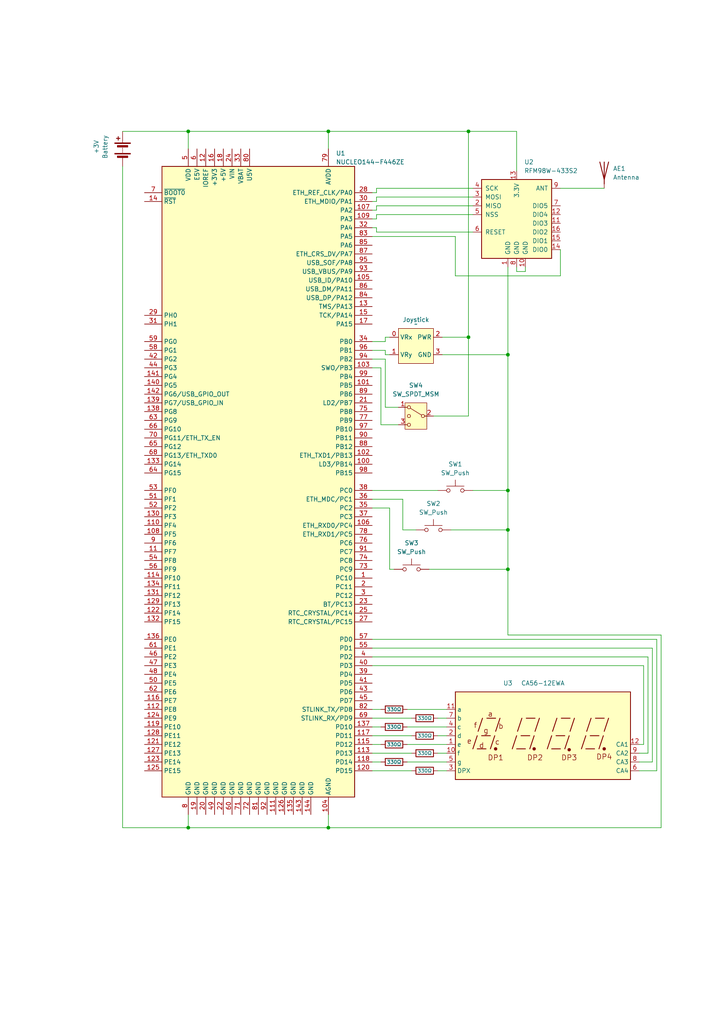
<source format=kicad_sch>
(kicad_sch (version 20231120) (generator "eeschema") (generator_version "8.0")
  (paper "A4" portrait)
  (title_block (title "Off-Board Controller") (date "2024-07-05") (rev "1.0"))
  (lib_symbols
    (symbol "Device:Antenna" (pin_numbers hide) (pin_names (offset 1.016) hide)
      (property "Reference" "AE" (at -1.905 1.905 0))
      (property "Value" "Antenna" (at -1.905 0 0))
      (symbol "Antenna_0_1"
        (polyline (pts (xy 0 2.54) (xy 0 -3.81)) (stroke (width 0.254)))
        (polyline (pts (xy 1.27 2.54) (xy 0 -2.54) (xy -1.27 2.54)) (stroke (width 0.254)))
      )
      (symbol "Antenna_1_1"
        (pin input line (at 0 -5.08 90) (length 2.54) (name "A") (number "1"))
      )
    )
    (symbol "Device:Battery" (pin_numbers hide) (pin_names (offset 0) hide)
      (property "Reference" "BT" (at 2.54 2.54 0))
      (property "Value" "Battery" (at 2.54 0 0))
      (symbol "Battery_0_1"
        (rectangle (start -2.286 -1.27) (end 2.286 -1.524) (fill (type outline)))
        (rectangle (start -2.286 1.778) (end 2.286 1.524) (fill (type outline)))
        (rectangle (start -1.524 -2.032) (end 1.524 -2.54) (fill (type outline)))
        (rectangle (start -1.524 1.016) (end 1.524 0.508) (fill (type outline)))
        (polyline (pts (xy 0 -1.016) (xy 0 -0.762)))
        (polyline (pts (xy 0 -0.508) (xy 0 -0.254)))
        (polyline (pts (xy 0 0) (xy 0 0.254)))
        (polyline (pts (xy 0 1.778) (xy 0 2.54)))
        (polyline (pts (xy 0.762 3.048) (xy 1.778 3.048)) (stroke (width 0.254)))
        (polyline (pts (xy 1.27 3.556) (xy 1.27 2.54)) (stroke (width 0.254)))
      )
      (symbol "Battery_1_1"
        (pin passive line (at 0 5.08 270) (length 2.54) (name "+") (number "1"))
        (pin passive line (at 0 -5.08 90) (length 2.54) (name "-") (number "2"))
      )
    )
    (symbol "Device:R" (pin_numbers hide) (pin_names (offset 0))
      (property "Reference" "R1" (at -2.54 0 90))
      (property "Value" "330Ω" (at 0 0 90))
      (symbol "R_0_1"
        (rectangle (start -1.016 -2.54) (end 1.016 2.54) (stroke (width 0.254)))
      )
      (symbol "R_1_1"
        (pin passive line (at 0 3.81 270) (length 1.27) (name "~") (number "1"))
        (pin passive line (at 0 -3.81 90) (length 1.27) (name "~") (number "2"))
      )
    )
    (symbol "Display_Character:CA56-12EWA"
      (property "Reference" "U" (at -24.13 13.97 0))
      (property "Value" "CA56-12EWA" (at 19.05 13.97 0))
      (symbol "CA56-12EWA_0_0"
        (rectangle (start -25.4 12.7) (end 25.4 -12.7) (stroke (width 0.254)) (fill (type background)))
        (polyline (pts (xy -20.32 -3.81) (xy -19.05 0)) (stroke (width 0.254)))
        (polyline (pts (xy -19.05 -3.81) (xy -16.51 -3.81)) (stroke (width 0.254)))
        (polyline (pts (xy -18.796 1.27) (xy -17.526 5.08)) (stroke (width 0.254)))
        (polyline (pts (xy -17.78 0) (xy -15.24 0)) (stroke (width 0.254)))
        (polyline (pts (xy -16.256 5.08) (xy -13.716 5.08)) (stroke (width 0.254)))
        (polyline (pts (xy -15.24 -3.81) (xy -13.97 0)) (stroke (width 0.254)))
        (polyline (pts (xy -13.716 1.27) (xy -12.446 5.08)) (stroke (width 0.254)))
        (polyline (pts (xy -8.89 -3.81) (xy -7.62 0)) (stroke (width 0.254)))
        (polyline (pts (xy -7.62 -3.81) (xy -5.08 -3.81)) (stroke (width 0.254)))
        (polyline (pts (xy -7.366 1.27) (xy -6.096 5.08)) (stroke (width 0.254)))
        (polyline (pts (xy -6.35 0) (xy -3.81 0)) (stroke (width 0.254)))
        (polyline (pts (xy -4.826 5.08) (xy -2.286 5.08)) (stroke (width 0.254)))
        (polyline (pts (xy -3.81 -3.81) (xy -2.54 0)) (stroke (width 0.254)))
        (polyline (pts (xy -2.286 1.27) (xy -1.016 5.08)) (stroke (width 0.254)))
        (polyline (pts (xy 1.27 -3.81) (xy 2.54 0)) (stroke (width 0.254)))
        (polyline (pts (xy 2.54 -3.81) (xy 5.08 -3.81)) (stroke (width 0.254)))
        (polyline (pts (xy 2.794 1.27) (xy 4.064 5.08)) (stroke (width 0.254)))
        (polyline (pts (xy 3.81 0) (xy 6.35 0)) (stroke (width 0.254)))
        (polyline (pts (xy 5.334 5.08) (xy 7.874 5.08)) (stroke (width 0.254)))
        (polyline (pts (xy 6.35 -3.81) (xy 7.62 0)) (stroke (width 0.254)))
        (polyline (pts (xy 7.874 1.27) (xy 9.144 5.08)) (stroke (width 0.254)))
        (polyline (pts (xy 11.176 -3.81) (xy 12.446 0)) (stroke (width 0.254)))
        (polyline (pts (xy 12.446 -3.81) (xy 14.986 -3.81)) (stroke (width 0.254)))
        (polyline (pts (xy 12.7 1.27) (xy 13.97 5.08)) (stroke (width 0.254)))
        (polyline (pts (xy 13.716 0) (xy 16.256 0)) (stroke (width 0.254)))
        (polyline (pts (xy 15.24 5.08) (xy 17.78 5.08)) (stroke (width 0.254)))
        (polyline (pts (xy 16.256 -3.81) (xy 17.526 0)) (stroke (width 0.254)))
        (polyline (pts (xy 17.78 1.27) (xy 19.05 5.08)) (stroke (width 0.254)))
        (text "a" (at -15.24 6.35 0) (effects (font (size 1.524 1.524))))
        (text "b" (at -12.192 2.794 0) (effects (font (size 1.524 1.524))))
        (text "c" (at -13.208 -1.778 0) (effects (font (size 1.524 1.524))))
        (text "d" (at -17.78 -2.794 0) (effects (font (size 1.524 1.524))))
        (text "DP1" (at -13.716 -6.35 0) (effects (font (size 1.524 1.524))))
        (text "DP2" (at -2.286 -6.35 0) (effects (font (size 1.524 1.524))))
        (text "DP3" (at 7.62 -6.35 0) (effects (font (size 1.524 1.524))))
        (text "DP4" (at 17.78 -6.096 0) (effects (font (size 1.524 1.524))))
        (text "e" (at -21.336 -1.524 0) (effects (font (size 1.524 1.524))))
        (text "f" (at -19.558 3.048 0) (effects (font (size 1.524 1.524))))
        (text "g" (at -16.51 1.524 0) (effects (font (size 1.524 1.524))))
      )
      (symbol "CA56-12EWA_0_1"
        (circle (center -13.716 -3.81) (radius 0.3556) (stroke (width 0.254)) (fill (type outline)))
        (circle (center -2.54 -3.81) (radius 0.3556) (stroke (width 0.254)) (fill (type outline)))
      )
      (symbol "CA56-12EWA_1_0"
        (circle (center 7.62 -4.064) (radius 0.3556) (stroke (width 0.254)) (fill (type outline)))
        (circle (center 17.78 -3.81) (radius 0.3556) (stroke (width 0.254)) (fill (type outline)))
      )
      (symbol "CA56-12EWA_1_1"
        (pin input line (at -27.94 -2.54 0) (length 2.54) (name "e") (number "1"))
        (pin input line (at -27.94 -5.08 0) (length 2.54) (name "f") (number "10"))
        (pin input line (at -27.94 7.62 0) (length 2.54) (name "a") (number "11"))
        (pin input line (at 27.94 -2.54 180) (length 2.54) (name "CA1") (number "12"))
        (pin input line (at -27.94 0 0) (length 2.54) (name "d") (number "2"))
        (pin input line (at -27.94 -10.16 0) (length 2.54) (name "DPX") (number "3"))
        (pin input line (at -27.94 2.54 0) (length 2.54) (name "c") (number "4"))
        (pin input line (at -27.94 -7.62 0) (length 2.54) (name "g") (number "5"))
        (pin input line (at 27.94 -10.16 180) (length 2.54) (name "CA4") (number "6"))
        (pin input line (at -27.94 5.08 0) (length 2.54) (name "b") (number "7"))
        (pin input line (at 27.94 -7.62 180) (length 2.54) (name "CA3") (number "8"))
        (pin input line (at 27.94 -5.08 180) (length 2.54) (name "CA2") (number "9"))
      )
    )
    (symbol "MCU_Module:NUCLEO144-F446ZE"
      (property "Reference" "U" (at -22.86 94.615 0))
      (property "Value" "NUCLEO144-F446ZE" (at -22.86 92.71 0))
      (symbol "NUCLEO144-F446ZE_0_1"
        (rectangle (start -27.94 -91.44) (end 27.94 91.44) (stroke (width 0.254)) (fill (type background)))
      )
      (symbol "NUCLEO144-F446ZE_1_1"
        (pin bidirectional line (at 33.02 -27.94 180) (length 5.08) (name "PC10") (number "1"))
        (pin no_connect line (at -27.94 55.88 0) (length 5.08) hide (name "NC") (number "10"))
        (pin bidirectional line (at 33.02 5.08 180) (length 5.08) (name "LD3/PB14") (number "100"))
        (pin bidirectional line (at 33.02 27.94 180) (length 5.08) (name "PB5") (number "101"))
        (pin bidirectional line (at 33.02 7.62 180) (length 5.08) (name "ETH_TXD1/PB13") (number "102"))
        (pin bidirectional line (at 33.02 33.02 180) (length 5.08) (name "SWO/PB3") (number "103"))
        (pin power_in line (at 20.32 -96.52 90) (length 5.08) (name "AGND") (number "104"))
        (pin bidirectional line (at 33.02 58.42 180) (length 5.08) (name "USB_ID/PA10") (number "105"))
        (pin bidirectional line (at 33.02 -12.7 180) (length 5.08) (name "ETH_RXD0/PC4") (number "106"))
        (pin bidirectional line (at 33.02 78.74 180) (length 5.08) (name "PA2") (number "107"))
        (pin bidirectional line (at -33.02 -15.24 0) (length 5.08) (name "PF5") (number "108"))
        (pin bidirectional line (at 33.02 76.2 180) (length 5.08) (name "PA3") (number "109"))
        (pin bidirectional line (at -33.02 -20.32 0) (length 5.08) (name "PF7") (number "11"))
        (pin bidirectional line (at -33.02 -12.7 0) (length 5.08) (name "PF4") (number "110"))
        (pin power_in line (at 5.08 -96.52 90) (length 5.08) (name "GND") (number "111"))
        (pin bidirectional line (at -33.02 -66.04 0) (length 5.08) (name "PE8") (number "112"))
        (pin bidirectional line (at 33.02 -78.74 180) (length 5.08) (name "PD13") (number "113"))
        (pin bidirectional line (at -33.02 -27.94 0) (length 5.08) (name "PF10") (number "114"))
        (pin bidirectional line (at 33.02 -76.2 180) (length 5.08) (name "PD12") (number "115"))
        (pin bidirectional line (at -33.02 -63.5 0) (length 5.08) (name "PE7") (number "116"))
        (pin bidirectional line (at 33.02 -73.66 180) (length 5.08) (name "PD11") (number "117"))
        (pin bidirectional line (at 33.02 -81.28 180) (length 5.08) (name "PD14") (number "118"))
        (pin bidirectional line (at -33.02 -71.12 0) (length 5.08) (name "PE10") (number "119"))
        (pin power_in line (at -15.24 96.52 270) (length 5.08) (name "IOREF") (number "12"))
        (pin bidirectional line (at 33.02 -83.82 180) (length 5.08) (name "PD15") (number "120"))
        (pin bidirectional line (at -33.02 -76.2 0) (length 5.08) (name "PE12") (number "121"))
        (pin bidirectional line (at -33.02 -38.1 0) (length 5.08) (name "PF14") (number "122"))
        (pin bidirectional line (at -33.02 -81.28 0) (length 5.08) (name "PE14") (number "123"))
        (pin bidirectional line (at -33.02 -68.58 0) (length 5.08) (name "PE9") (number "124"))
        (pin bidirectional line (at -33.02 -83.82 0) (length 5.08) (name "PE15") (number "125"))
        (pin power_in line (at 7.62 -96.52 90) (length 5.08) (name "GND") (number "126"))
        (pin bidirectional line (at -33.02 -78.74 0) (length 5.08) (name "PE13") (number "127"))
        (pin bidirectional line (at -33.02 -73.66 0) (length 5.08) (name "PE11") (number "128"))
        (pin bidirectional line (at -33.02 -35.56 0) (length 5.08) (name "PF13") (number "129"))
        (pin bidirectional line (at 33.02 50.8 180) (length 5.08) (name "TMS/PA13") (number "13"))
        (pin bidirectional line (at -33.02 -10.16 0) (length 5.08) (name "PF3") (number "130"))
        (pin bidirectional line (at -33.02 -33.02 0) (length 5.08) (name "PF12") (number "131"))
        (pin bidirectional line (at -33.02 -40.64 0) (length 5.08) (name "PF15") (number "132"))
        (pin bidirectional line (at -33.02 5.08 0) (length 5.08) (name "PG14") (number "133"))
        (pin bidirectional line (at -33.02 -30.48 0) (length 5.08) (name "PF11") (number "134"))
        (pin power_in line (at 10.16 -96.52 90) (length 5.08) (name "GND") (number "135"))
        (pin bidirectional line (at -33.02 -45.72 0) (length 5.08) (name "PE0") (number "136"))
        (pin bidirectional line (at 33.02 -71.12 180) (length 5.08) (name "PD10") (number "137"))
        (pin bidirectional line (at -33.02 20.32 0) (length 5.08) (name "PG8") (number "138"))
        (pin bidirectional line (at -33.02 22.86 0) (length 5.08) (name "PG7/USB_GPIO_IN") (number "139"))
        (pin input line (at -33.02 81.28 0) (length 5.08) (name "~{RST}") (number "14"))
        (pin bidirectional line (at -33.02 27.94 0) (length 5.08) (name "PG5") (number "140"))
        (pin bidirectional line (at -33.02 30.48 0) (length 5.08) (name "PG4") (number "141"))
        (pin bidirectional line (at -33.02 25.4 0) (length 5.08) (name "PG6/USB_GPIO_OUT") (number "142"))
        (pin power_in line (at 12.7 -96.52 90) (length 5.08) (name "GND") (number "143"))
        (pin power_in line (at 15.24 -96.52 90) (length 5.08) (name "GND") (number "144"))
        (pin bidirectional line (at 33.02 48.26 180) (length 5.08) (name "TCK/PA14") (number "15"))
        (pin power_in line (at -12.7 96.52 270) (length 5.08) (name "+3V3") (number "16"))
        (pin bidirectional line (at 33.02 45.72 180) (length 5.08) (name "PA15") (number "17"))
        (pin power_in line (at -10.16 96.52 270) (length 5.08) (name "+5V") (number "18"))
        (pin power_in line (at -17.78 -96.52 90) (length 5.08) (name "GND") (number "19"))
        (pin bidirectional line (at 33.02 -30.48 180) (length 5.08) (name "PC11") (number "2"))
        (pin power_in line (at -15.24 -96.52 90) (length 5.08) (name "GND") (number "20"))
        (pin bidirectional line (at 33.02 22.86 180) (length 5.08) (name "LD2/PB7") (number "21"))
        (pin power_in line (at -10.16 -96.52 90) (length 5.08) (name "GND") (number "22"))
        (pin bidirectional line (at 33.02 -35.56 180) (length 5.08) (name "BT/PC13") (number "23"))
        (pin power_in line (at -7.62 96.52 270) (length 5.08) (name "VIN") (number "24"))
        (pin bidirectional line (at 33.02 -38.1 180) (length 5.08) (name "RTC_CRYSTAL/PC14") (number "25"))
        (pin no_connect line (at -27.94 58.42 0) (length 5.08) hide (name "NC") (number "26"))
        (pin bidirectional line (at 33.02 -40.64 180) (length 5.08) (name "RTC_CRYSTAL/PC15") (number "27"))
        (pin bidirectional line (at 33.02 83.82 180) (length 5.08) (name "ETH_REF_CLK/PA0") (number "28"))
        (pin bidirectional line (at -33.02 48.26 0) (length 5.08) (name "PH0") (number "29"))
        (pin bidirectional line (at 33.02 -33.02 180) (length 5.08) (name "PC12") (number "3"))
        (pin bidirectional line (at 33.02 81.28 180) (length 5.08) (name "ETH_MDIO/PA1") (number "30"))
        (pin bidirectional line (at -33.02 45.72 0) (length 5.08) (name "PH1") (number "31"))
        (pin bidirectional line (at 33.02 73.66 180) (length 5.08) (name "PA4") (number "32"))
        (pin power_in line (at -5.08 96.52 270) (length 5.08) (name "VBAT") (number "33"))
        (pin bidirectional line (at 33.02 40.64 180) (length 5.08) (name "PB0") (number "34"))
        (pin bidirectional line (at 33.02 -7.62 180) (length 5.08) (name "PC2") (number "35"))
        (pin bidirectional line (at 33.02 -5.08 180) (length 5.08) (name "ETH_MDC/PC1") (number "36"))
        (pin bidirectional line (at 33.02 -10.16 180) (length 5.08) (name "PC3") (number "37"))
        (pin bidirectional line (at 33.02 -2.54 180) (length 5.08) (name "PC0") (number "38"))
        (pin bidirectional line (at 33.02 -55.88 180) (length 5.08) (name "PD4") (number "39"))
        (pin bidirectional line (at 33.02 -50.8 180) (length 5.08) (name "PD2") (number "4"))
        (pin bidirectional line (at 33.02 -53.34 180) (length 5.08) (name "PD3") (number "40"))
        (pin bidirectional line (at 33.02 -58.42 180) (length 5.08) (name "PD5") (number "41"))
        (pin bidirectional line (at -33.02 35.56 0) (length 5.08) (name "PG2") (number "42"))
        (pin bidirectional line (at 33.02 -60.96 180) (length 5.08) (name "PD6") (number "43"))
        (pin bidirectional line (at -33.02 33.02 0) (length 5.08) (name "PG3") (number "44"))
        (pin bidirectional line (at 33.02 -63.5 180) (length 5.08) (name "PD7") (number "45"))
        (pin bidirectional line (at -33.02 -50.8 0) (length 5.08) (name "PE2") (number "46"))
        (pin bidirectional line (at -33.02 -53.34 0) (length 5.08) (name "PE3") (number "47"))
        (pin bidirectional line (at -33.02 -55.88 0) (length 5.08) (name "PE4") (number "48"))
        (pin power_in line (at -12.7 -96.52 90) (length 5.08) (name "GND") (number "49"))
        (pin power_in line (at -20.32 96.52 270) (length 5.08) (name "VDD") (number "5"))
        (pin bidirectional line (at -33.02 -58.42 0) (length 5.08) (name "PE5") (number "50"))
        (pin bidirectional line (at -33.02 -5.08 0) (length 5.08) (name "PF1") (number "51"))
        (pin bidirectional line (at -33.02 -7.62 0) (length 5.08) (name "PF2") (number "52"))
        (pin bidirectional line (at -33.02 -2.54 0) (length 5.08) (name "PF0") (number "53"))
        (pin bidirectional line (at -33.02 -22.86 0) (length 5.08) (name "PF8") (number "54"))
        (pin bidirectional line (at 33.02 -48.26 180) (length 5.08) (name "PD1") (number "55"))
        (pin bidirectional line (at -33.02 -25.4 0) (length 5.08) (name "PF9") (number "56"))
        (pin bidirectional line (at 33.02 -45.72 180) (length 5.08) (name "PD0") (number "57"))
        (pin bidirectional line (at -33.02 38.1 0) (length 5.08) (name "PG1") (number "58"))
        (pin bidirectional line (at -33.02 40.64 0) (length 5.08) (name "PG0") (number "59"))
        (pin power_in line (at -17.78 96.52 270) (length 5.08) (name "E5V") (number "6"))
        (pin power_in line (at -7.62 -96.52 90) (length 5.08) (name "GND") (number "60"))
        (pin bidirectional line (at -33.02 -48.26 0) (length 5.08) (name "PE1") (number "61"))
        (pin bidirectional line (at -33.02 -60.96 0) (length 5.08) (name "PE6") (number "62"))
        (pin bidirectional line (at -33.02 17.78 0) (length 5.08) (name "PG9") (number "63"))
        (pin bidirectional line (at -33.02 2.54 0) (length 5.08) (name "PG15") (number "64"))
        (pin bidirectional line (at -33.02 10.16 0) (length 5.08) (name "PG12") (number "65"))
        (pin bidirectional line (at -33.02 15.24 0) (length 5.08) (name "PG10") (number "66"))
        (pin no_connect line (at -27.94 53.34 0) (length 5.08) hide (name "NC") (number "67"))
        (pin bidirectional line (at -33.02 7.62 0) (length 5.08) (name "PG13/ETH_TXD0") (number "68"))
        (pin bidirectional line (at 33.02 -68.58 180) (length 5.08) (name "STLINK_RX/PD9") (number "69"))
        (pin input line (at -33.02 83.82 0) (length 5.08) (name "~{BOOT0}") (number "7"))
        (pin bidirectional line (at -33.02 12.7 0) (length 5.08) (name "PG11/ETH_TX_EN") (number "70"))
        (pin power_in line (at -5.08 -96.52 90) (length 5.08) (name "GND") (number "71"))
        (pin power_in line (at -2.54 -96.52 90) (length 5.08) (name "GND") (number "72"))
        (pin bidirectional line (at 33.02 -25.4 180) (length 5.08) (name "PC9") (number "73"))
        (pin bidirectional line (at 33.02 -22.86 180) (length 5.08) (name "PC8") (number "74"))
        (pin bidirectional line (at 33.02 20.32 180) (length 5.08) (name "PB8") (number "75"))
        (pin bidirectional line (at 33.02 -17.78 180) (length 5.08) (name "PC6") (number "76"))
        (pin bidirectional line (at 33.02 17.78 180) (length 5.08) (name "PB9") (number "77"))
        (pin bidirectional line (at 33.02 -15.24 180) (length 5.08) (name "ETH_RXD1/PC5") (number "78"))
        (pin power_in line (at 20.32 96.52 270) (length 5.08) (name "AVDD") (number "79"))
        (pin power_in line (at -20.32 -96.52 90) (length 5.08) (name "GND") (number "8"))
        (pin power_in line (at -2.54 96.52 270) (length 5.08) (name "U5V") (number "80"))
        (pin power_in line (at 0 -96.52 90) (length 5.08) (name "GND") (number "81"))
        (pin bidirectional line (at 33.02 -66.04 180) (length 5.08) (name "STLINK_TX/PD8") (number "82"))
        (pin bidirectional line (at 33.02 71.12 180) (length 5.08) (name "PA5") (number "83"))
        (pin bidirectional line (at 33.02 53.34 180) (length 5.08) (name "USB_DP/PA12") (number "84"))
        (pin bidirectional line (at 33.02 68.58 180) (length 5.08) (name "PA6") (number "85"))
        (pin bidirectional line (at 33.02 55.88 180) (length 5.08) (name "USB_DM/PA11") (number "86"))
        (pin bidirectional line (at 33.02 66.04 180) (length 5.08) (name "ETH_CRS_DV/PA7") (number "87"))
        (pin bidirectional line (at 33.02 10.16 180) (length 5.08) (name "PB12") (number "88"))
        (pin bidirectional line (at 33.02 25.4 180) (length 5.08) (name "PB6") (number "89"))
        (pin bidirectional line (at -33.02 -17.78 0) (length 5.08) (name "PF6") (number "9"))
        (pin bidirectional line (at 33.02 12.7 180) (length 5.08) (name "PB11") (number "90"))
        (pin bidirectional line (at 33.02 -20.32 180) (length 5.08) (name "PC7") (number "91"))
        (pin power_in line (at 2.54 -96.52 90) (length 5.08) (name "GND") (number "92"))
        (pin bidirectional line (at 33.02 60.96 180) (length 5.08) (name "USB_VBUS/PA9") (number "93"))
        (pin bidirectional line (at 33.02 35.56 180) (length 5.08) (name "PB2") (number "94"))
        (pin bidirectional line (at 33.02 63.5 180) (length 5.08) (name "USB_SOF/PA8") (number "95"))
        (pin bidirectional line (at 33.02 38.1 180) (length 5.08) (name "PB1") (number "96"))
        (pin bidirectional line (at 33.02 15.24 180) (length 5.08) (name "PB10") (number "97"))
        (pin bidirectional line (at 33.02 2.54 180) (length 5.08) (name "PB15") (number "98"))
        (pin bidirectional line (at 33.02 30.48 180) (length 5.08) (name "PB4") (number "99"))
      )
    )
    (symbol "New_Library:2DirJoystick" (exclude_from_sim yes) (in_bom no) (on_board no)
      (property "Reference" "Joystick" (at 0 7.62 0))
      (property "Value" "~" (at 0 6.35 0))
      (symbol "2DirJoystick_0_1"
        (rectangle (start -5.08 5.08) (end 5.08 -5.08) (fill (type background)))
      )
      (symbol "2DirJoystick_1_1"
        (pin output line (at -7.62 2.54 0) (length 2.54) (name "VRx") (number "0"))
        (pin output line (at -7.62 -2.54 0) (length 2.54) (name "VRy") (number "1"))
        (pin power_in line (at 7.62 2.54 180) (length 2.54) (name "PWR") (number "2"))
        (pin power_out line (at 7.62 -2.54 180) (length 2.54) (name "GND") (number "3"))
      )
    )
    (symbol "RF_Module:RFM98W-433S2" (pin_names (offset 1.016))
      (property "Reference" "U" (at -10.414 11.684 0))
      (property "Value" "RFM98W-433S2" (at 1.524 11.43 0))
      (symbol "RFM98W-433S2_0_1"
        (rectangle (start -10.16 10.16) (end 10.16 -12.7) (stroke (width 0.254)) (fill (type background)))
      )
      (symbol "RFM98W-433S2_1_1"
        (pin power_in line (at -2.54 -15.24 90) (length 2.54) (name "GND") (number "1"))
        (pin power_in line (at 2.54 -15.24 90) (length 2.54) (name "GND") (number "10"))
        (pin bidirectional line (at 12.7 -2.54 180) (length 2.54) (name "DIO3") (number "11"))
        (pin bidirectional line (at 12.7 0 180) (length 2.54) (name "DIO4") (number "12"))
        (pin power_in line (at 0 12.7 270) (length 2.54) (name "3.3V") (number "13"))
        (pin bidirectional line (at 12.7 -10.16 180) (length 2.54) (name "DIO0") (number "14"))
        (pin bidirectional line (at 12.7 -7.62 180) (length 2.54) (name "DIO1") (number "15"))
        (pin bidirectional line (at 12.7 -5.08 180) (length 2.54) (name "DIO2") (number "16"))
        (pin output line (at -12.7 2.54 0) (length 2.54) (name "MISO") (number "2"))
        (pin input line (at -12.7 5.08 0) (length 2.54) (name "MOSI") (number "3"))
        (pin input line (at -12.7 7.62 0) (length 2.54) (name "SCK") (number "4"))
        (pin input line (at -12.7 0 0) (length 2.54) (name "NSS") (number "5"))
        (pin bidirectional line (at -12.7 -5.08 0) (length 2.54) (name "RESET") (number "6"))
        (pin bidirectional line (at 12.7 2.54 180) (length 2.54) (name "DIO5") (number "7"))
        (pin power_in line (at 0 -15.24 90) (length 2.54) (name "GND") (number "8"))
        (pin bidirectional line (at 12.7 7.62 180) (length 2.54) (name "ANT") (number "9"))
      )
    )
    (symbol "Switch:SW_Push" (pin_numbers hide) (pin_names (offset 1.016) hide)
      (property "Reference" "SW" (at 1.27 2.54 0))
      (property "Value" "SW_Push" (at 0 -1.524 0))
      (symbol "SW_Push_0_1"
        (circle (center -2.032 0) (radius 0.508))
        (polyline (pts (xy 0 1.27) (xy 0 3.048)))
        (polyline (pts (xy 2.54 1.27) (xy -2.54 1.27)))
        (circle (center 2.032 0) (radius 0.508))
        (pin passive line (at -5.08 0 0) (length 2.54) (name "1") (number "1"))
        (pin passive line (at 5.08 0 180) (length 2.54) (name "2") (number "2"))
      )
    )
    (symbol "Switch:SW_SPDT_MSM" (pin_names (offset 0) hide)
      (property "Reference" "SW" (at 0 5.08 0))
      (property "Value" "SW_SPDT_MSM" (at 0 -5.08 0))
      (symbol "SW_SPDT_MSM_0_1"
        (circle (center -2.032 0) (radius 0.4572))
        (polyline (pts (xy -1.651 0.254) (xy 1.651 2.286)))
        (circle (center 2.032 -2.54) (radius 0.4572))
        (circle (center 2.032 0) (radius 0.4572))
        (circle (center 2.032 2.54) (radius 0.4572))
      )
      (symbol "SW_SPDT_MSM_1_1"
        (rectangle (start -3.175 3.81) (end 3.175 -3.81) (fill (type background)))
        (pin passive line (at 5.08 2.54 180) (length 2.54) (name "1") (number "1"))
        (pin passive line (at -5.08 0 0) (length 2.54) (name "3") (number "2"))
        (pin passive line (at 5.08 -2.54 180) (length 2.54) (name "4") (number "3"))
      )
    )
  )
  (junction (at 147.32 153.67))
  (junction (at 135.89 38.1))
  (junction (at 95.25 38.1))
  (junction (at 95.25 240.03))
  (junction (at 54.61 38.1))
  (junction (at 147.32 142.24))
  (junction (at 147.32 165.1))
  (junction (at 135.89 97.79))
  (junction (at 147.32 102.87))
  (junction (at 54.61 240.03))
  (wire (pts (xy 95.25 240.03) (xy 191.77 240.03)))
  (wire (pts (xy 35.56 48.26) (xy 35.56 240.03)))
  (wire (pts (xy 54.61 38.1) (xy 54.61 43.18)))
  (wire (pts (xy 147.32 184.15) (xy 191.77 184.15)))
  (wire (pts (xy 107.95 218.44) (xy 119.38 218.44)))
  (wire (pts (xy 189.23 220.98) (xy 185.42 220.98)))
  (wire (pts (xy 107.95 223.52) (xy 119.38 223.52)))
  (wire (pts (xy 128.27 102.87) (xy 147.32 102.87)))
  (wire (pts (xy 147.32 153.67) (xy 147.32 165.1)))
  (wire (pts (xy 132.08 80.01) (xy 162.56 80.01)))
  (wire (pts (xy 147.32 142.24) (xy 147.32 153.67)))
  (wire (pts (xy 107.95 60.96) (xy 109.22 60.96)))
  (wire (pts (xy 149.86 77.47) (xy 149.86 78.74)))
  (wire (pts (xy 107.95 205.74) (xy 110.49 205.74)))
  (wire (pts (xy 110.49 106.68) (xy 110.49 123.19)))
  (wire (pts (xy 124.46 165.1) (xy 147.32 165.1)))
  (wire (pts (xy 116.84 153.67) (xy 120.65 153.67)))
  (wire (pts (xy 107.95 190.5) (xy 187.96 190.5)))
  (wire (pts (xy 128.27 97.79) (xy 135.89 97.79)))
  (wire (pts (xy 186.69 193.04) (xy 186.69 215.9)))
  (wire (pts (xy 107.95 63.5) (xy 109.22 63.5)))
  (wire (pts (xy 113.03 165.1) (xy 114.3 165.1)))
  (wire (pts (xy 118.11 215.9) (xy 129.54 215.9)))
  (wire (pts (xy 162.56 72.39) (xy 162.56 80.01)))
  (wire (pts (xy 135.89 97.79) (xy 135.89 120.65)))
  (wire (pts (xy 111.76 118.11) (xy 115.57 118.11)))
  (wire (pts (xy 147.32 77.47) (xy 147.32 102.87)))
  (wire (pts (xy 35.56 38.1) (xy 54.61 38.1)))
  (wire (pts (xy 107.95 147.32) (xy 113.03 147.32)))
  (wire (pts (xy 107.95 144.78) (xy 116.84 144.78)))
  (wire (pts (xy 109.22 66.04) (xy 109.22 67.31)))
  (wire (pts (xy 107.95 58.42) (xy 109.22 58.42)))
  (wire (pts (xy 187.96 190.5) (xy 187.96 218.44)))
  (wire (pts (xy 137.16 142.24) (xy 147.32 142.24)))
  (wire (pts (xy 118.11 220.98) (xy 129.54 220.98)))
  (wire (pts (xy 107.95 104.14) (xy 111.76 104.14)))
  (wire (pts (xy 149.86 38.1) (xy 149.86 49.53)))
  (wire (pts (xy 109.22 59.69) (xy 137.16 59.69)))
  (wire (pts (xy 95.25 38.1) (xy 135.89 38.1)))
  (wire (pts (xy 191.77 184.15) (xy 191.77 240.03)))
  (wire (pts (xy 147.32 165.1) (xy 147.32 184.15)))
  (wire (pts (xy 130.81 153.67) (xy 147.32 153.67)))
  (wire (pts (xy 189.23 187.96) (xy 189.23 220.98)))
  (wire (pts (xy 147.32 102.87) (xy 147.32 142.24)))
  (wire (pts (xy 190.5 185.42) (xy 190.5 223.52)))
  (wire (pts (xy 107.95 208.28) (xy 119.38 208.28)))
  (wire (pts (xy 109.22 63.5) (xy 109.22 62.23)))
  (wire (pts (xy 107.95 68.58) (xy 132.08 68.58)))
  (wire (pts (xy 109.22 60.96) (xy 109.22 59.69)))
  (wire (pts (xy 109.22 58.42) (xy 109.22 57.15)))
  (wire (pts (xy 111.76 101.6) (xy 111.76 102.87)))
  (wire (pts (xy 107.95 55.88) (xy 109.22 55.88)))
  (wire (pts (xy 107.95 101.6) (xy 111.76 101.6)))
  (wire (pts (xy 107.95 210.82) (xy 110.49 210.82)))
  (wire (pts (xy 107.95 215.9) (xy 110.49 215.9)))
  (wire (pts (xy 54.61 240.03) (xy 95.25 240.03)))
  (wire (pts (xy 127 208.28) (xy 129.54 208.28)))
  (wire (pts (xy 111.76 97.79) (xy 111.76 99.06)))
  (wire (pts (xy 187.96 218.44) (xy 185.42 218.44)))
  (wire (pts (xy 111.76 102.87) (xy 113.03 102.87)))
  (wire (pts (xy 35.56 240.03) (xy 54.61 240.03)))
  (wire (pts (xy 186.69 215.9) (xy 185.42 215.9)))
  (wire (pts (xy 127 213.36) (xy 129.54 213.36)))
  (wire (pts (xy 107.95 187.96) (xy 189.23 187.96)))
  (polyline (pts (xy 123.19 120.65) (xy 124.46 120.65)) (stroke (width 0) (color 132 0 0 1)))
  (wire (pts (xy 113.03 147.32) (xy 113.03 165.1)))
  (wire (pts (xy 95.25 38.1) (xy 95.25 43.18)))
  (wire (pts (xy 127 218.44) (xy 129.54 218.44)))
  (wire (pts (xy 135.89 38.1) (xy 149.86 38.1)))
  (wire (pts (xy 107.95 66.04) (xy 109.22 66.04)))
  (wire (pts (xy 95.25 236.22) (xy 95.25 240.03)))
  (wire (pts (xy 107.95 220.98) (xy 110.49 220.98)))
  (wire (pts (xy 162.56 54.61) (xy 175.26 54.61)))
  (wire (pts (xy 118.11 210.82) (xy 129.54 210.82)))
  (wire (pts (xy 118.11 205.74) (xy 129.54 205.74)))
  (wire (pts (xy 116.84 144.78) (xy 116.84 153.67)))
  (wire (pts (xy 135.89 120.65) (xy 125.73 120.65)))
  (wire (pts (xy 107.95 99.06) (xy 111.76 99.06)))
  (wire (pts (xy 107.95 193.04) (xy 186.69 193.04)))
  (wire (pts (xy 110.49 123.19) (xy 115.57 123.19)))
  (wire (pts (xy 54.61 38.1) (xy 95.25 38.1)))
  (wire (pts (xy 109.22 57.15) (xy 137.16 57.15)))
  (wire (pts (xy 107.95 213.36) (xy 119.38 213.36)))
  (wire (pts (xy 107.95 106.68) (xy 110.49 106.68)))
  (wire (pts (xy 149.86 78.74) (xy 152.4 78.74)))
  (wire (pts (xy 107.95 142.24) (xy 127 142.24)))
  (wire (pts (xy 107.95 185.42) (xy 190.5 185.42)))
  (wire (pts (xy 111.76 104.14) (xy 111.76 118.11)))
  (wire (pts (xy 109.22 67.31) (xy 137.16 67.31)))
  (wire (pts (xy 190.5 223.52) (xy 185.42 223.52)))
  (wire (pts (xy 135.89 38.1) (xy 135.89 97.79)))
  (wire (pts (xy 152.4 78.74) (xy 152.4 77.47)))
  (wire (pts (xy 109.22 54.61) (xy 137.16 54.61)))
  (wire (pts (xy 54.61 236.22) (xy 54.61 240.03)))
  (wire (pts (xy 109.22 62.23) (xy 137.16 62.23)))
  (wire (pts (xy 111.76 97.79) (xy 113.03 97.79)))
  (wire (pts (xy 109.22 55.88) (xy 109.22 54.61)))
  (wire (pts (xy 127 223.52) (xy 129.54 223.52)))
  (wire (pts (xy 132.08 68.58) (xy 132.08 80.01)))
  (symbol (lib_id "Device:Antenna") (at 175.26 49.53 0) (unit 1)
    (property "Reference" "AE1" (at 177.8 48.8949 0) (effects (justify left)))
    (property "Value" "Antenna" (at 177.8 51.4349 0) (effects (justify left)))
    (property "Description" "Antenna" (effects (hide yes)))
  )
  (symbol (lib_id "Device:R") (at 114.3 215.9 270) (unit 1)
    (property "Reference" "R5" (effects (hide yes)))
    (property "Value" "330Ω" (at 114.3 215.9 90) (effects (font (size 1.016 1.016))))
    (property "Description" "Resistor" (effects (hide yes)))
  )
  (symbol (lib_id "Device:R") (at 123.19 218.44 270) (unit 1)
    (property "Reference" "R6" (effects (hide yes)))
    (property "Value" "330Ω" (at 123.19 218.44 90) (effects (font (size 1.016 1.016))))
    (property "Description" "Resistor" (effects (hide yes)))
  )
  (symbol (lib_id "Device:R") (at 114.3 210.82 270) (unit 1)
    (property "Reference" "R3" (effects (hide yes)))
    (property "Value" "330Ω" (at 114.3 210.82 90) (effects (font (size 1.016 1.016))))
    (property "Description" "Resistor" (effects (hide yes)))
  )
  (symbol (lib_id "Device:R") (at 123.19 213.36 270) (unit 1)
    (property "Reference" "R4" (effects (hide yes)))
    (property "Value" "330Ω" (at 123.19 213.36 90) (effects (font (size 1.016 1.016))))
    (property "Description" "Resistor" (effects (hide yes)))
  )
  (symbol (lib_id "Switch:SW_Push") (at 119.38 165.1 0) (unit 1)
    (property "Reference" "SW3" (at 119.38 157.48 0))
    (property "Value" "SW_Push" (at 119.38 160.02 0))
    (property "Description" "Push button switch, generic, two pins" (effects (hide yes)))
  )
  (symbol (lib_id "Switch:SW_Push") (at 125.73 153.67 0) (unit 1)
    (property "Reference" "SW2" (at 125.73 146.05 0))
    (property "Value" "SW_Push" (at 125.73 148.59 0))
    (property "Description" "Push button switch, generic, two pins" (effects (hide yes)))
  )
  (symbol (lib_id "Device:R") (at 123.19 208.28 270) (unit 1)
    (property "Reference" "R2" (effects (hide yes)))
    (property "Value" "330Ω" (at 123.19 208.28 90) (effects (font (size 1.016 1.016))))
    (property "Description" "Resistor" (effects (hide yes)))
  )
  (symbol (lib_id "Device:Battery") (at 35.56 43.18 0) (mirror y) (unit 1)
    (property "Reference" "+3V" (at 27.94 42.6085 90))
    (property "Value" "Battery" (at 30.48 42.6085 90))
    (property "Description" "Multiple-cell battery" (effects (hide yes)))
  )
  (symbol (lib_id "Switch:SW_Push") (at 132.08 142.24 0) (unit 1)
    (property "Reference" "SW1" (at 132.08 134.62 0))
    (property "Value" "SW_Push" (at 132.08 137.16 0))
    (property "Description" "Push button switch, generic, two pins" (effects (hide yes)))
  )
  (symbol (lib_id "Display_Character:CA56-12EWA") (at 157.48 213.36 0) (unit 1)
    (property "Reference" "U3" (at 147.32 198.12 0))
    (property "Value" "CA56-12EWA" (at 157.48 198.12 0))
    (property "Footprint" "Display_7Segment:CA56-12EWA" (effects (hide yes)))
    (property "Datasheet" "http://www.kingbrightusa.com/images/catalog/SPEC/CA56-12EWA.pdf" (effects (hide yes)))
    (property "Description" "4 digit 7 segment high efficiency red LED, common anode" (effects (hide yes)))
  )
  (symbol (lib_id "MCU_Module:NUCLEO144-F446ZE") (at 74.93 139.7 0) (unit 1)
    (property "Reference" "U1" (at 97.4441 44.45 0) (effects (justify left)))
    (property "Value" "NUCLEO144-F446ZE" (at 97.4441 46.99 0) (effects (justify left)))
    (property "Footprint" "Module:ST_Morpho_Connector_144_STLink" (effects (hide yes)))
    (property "Datasheet" "https://www.st.com/resource/en/user_manual/dm00244518-stm32-nucleo144-boards-stmicroelectronics.pdf" (effects (hide yes)))
    (property "Description" "Nucleo 144 Development Board with STM32F446ZET6 MCU, 128kB RAM, 512Kb FLASH" (effects (hide yes)))
  )
  (symbol (lib_id "Switch:SW_SPDT_MSM") (at 120.65 120.65 0) (mirror y) (unit 1)
    (property "Reference" "SW4" (at 120.65 111.76 0))
    (property "Value" "SW_SPDT_MSM" (at 120.65 114.3 0))
    (property "Description" "Switch, single pole double throw, center OFF position" (effects (hide yes)))
  )
  (symbol (lib_id "RF_Module:RFM98W-433S2") (at 149.86 62.23 0) (unit 1)
    (property "Reference" "U2" (at 152.0541 46.99 0) (effects (justify left)))
    (property "Value" "RFM98W-433S2" (at 152.0541 49.53 0) (effects (justify left)))
    (property "Datasheet" "https://www.hoperf.com/data/upload/portal/20181127/5bfcdb5e17543.pdf" (effects (hide yes)))
    (property "Description" "Low power long range transceiver module, SPI and parallel interface, 433 MHz, spreading factor 6 to12, bandwidth 7.8 to 500kHz, -111 to -148 dBm, SMD-16, DIP-16" (effects (hide yes)))
  )
  (symbol (lib_id "Device:R") (at 114.3 220.98 270) (unit 1)
    (property "Reference" "R7" (effects (hide yes)))
    (property "Value" "330Ω" (at 114.3 220.98 90) (effects (font (size 1.016 1.016))))
    (property "Description" "Resistor" (effects (hide yes)))
  )
  (symbol (lib_id "Device:R") (at 114.3 205.74 270) (unit 1)
    (property "Reference" "R1" (effects (hide yes)))
    (property "Value" "330Ω" (at 114.3 205.74 90) (effects (font (size 1.016 1.016))))
    (property "Description" "Resistor" (effects (hide yes)))
  )
  (symbol (lib_id "New_Library:2DirJoystick") (at 120.65 100.33 0) (unit 1) (exclude_from_sim yes) (in_bom no) (on_board no)
    (property "Reference" "Joystick" (at 120.65 92.71 0))
    (property "Value" "~" (at 120.65 93.98 0))
  )
  (symbol (lib_id "Device:R") (at 123.19 223.52 270) (unit 1)
    (property "Reference" "R8" (effects (hide yes)))
    (property "Value" "330Ω" (at 123.19 223.52 90) (effects (font (size 1.016 1.016))))
    (property "Description" "Resistor" (effects (hide yes)))
  )
)
</source>
